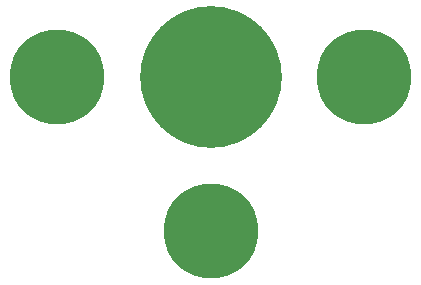
<source format=gts>
G04 #@! TF.GenerationSoftware,KiCad,Pcbnew,5.1.9+dfsg1-1*
G04 #@! TF.CreationDate,2023-01-30T08:21:18+09:00*
G04 #@! TF.ProjectId,top,746f702e-6b69-4636-9164-5f7063625858,rev?*
G04 #@! TF.SameCoordinates,Original*
G04 #@! TF.FileFunction,Soldermask,Top*
G04 #@! TF.FilePolarity,Negative*
%FSLAX46Y46*%
G04 Gerber Fmt 4.6, Leading zero omitted, Abs format (unit mm)*
G04 Created by KiCad (PCBNEW 5.1.9+dfsg1-1) date 2023-01-30 08:21:18*
%MOMM*%
%LPD*%
G01*
G04 APERTURE LIST*
%ADD10C,8.000000*%
%ADD11C,12.000000*%
G04 APERTURE END LIST*
D10*
X130000000Y-113000000D03*
X117000000Y-100000000D03*
X143000000Y-100000000D03*
D11*
X130000000Y-100000000D03*
M02*

</source>
